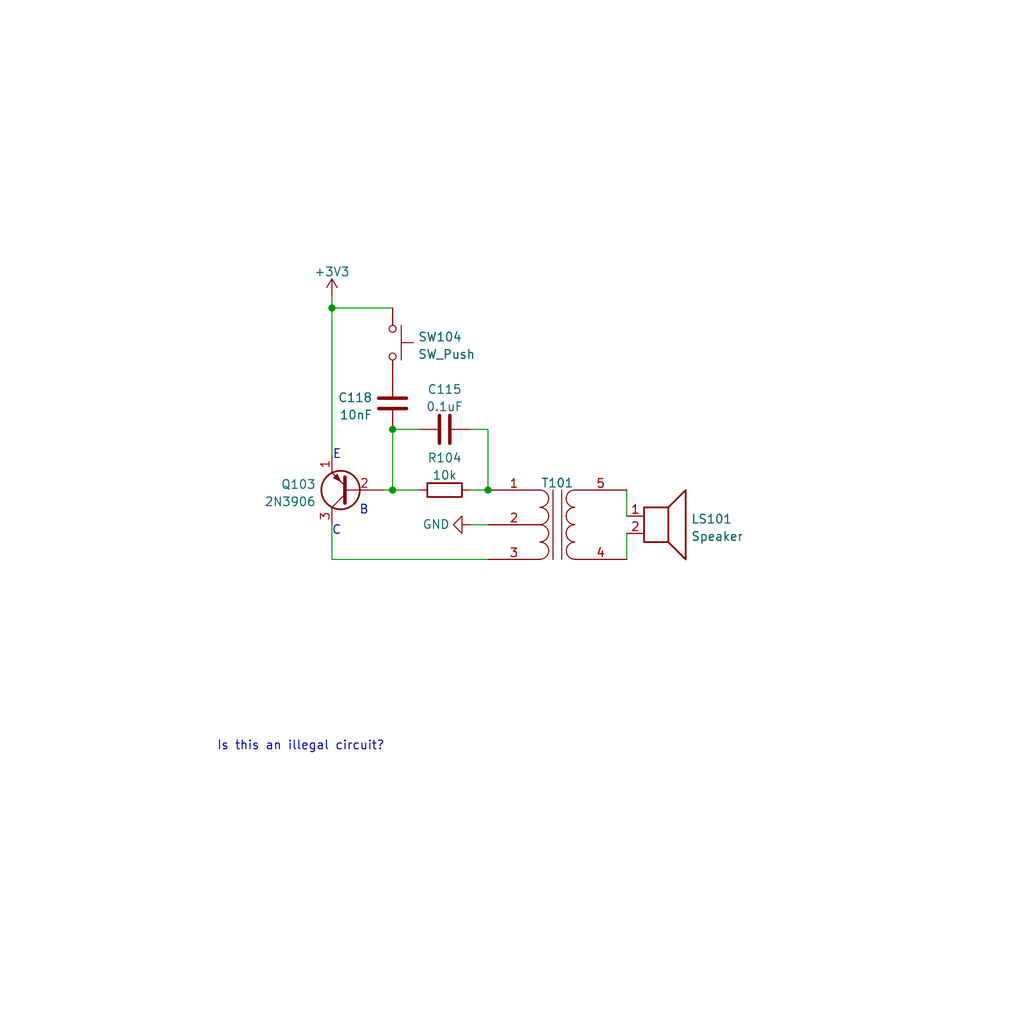
<source format=kicad_sch>
(kicad_sch (version 20211123) (generator eeschema)
  (paper "User" 150.012 150.012)
  (lib_symbols
    (symbol "Device:C" (pin_numbers hide) (pin_names (offset 0.254))
      (property "Reference" "C" (at 0.635 2.54 0))
      (property "Value" "C" (at 0.635 -2.54 0))
      (symbol "C_0_1"
        (polyline (pts (xy -2.032 -0.762) (xy 2.032 -0.762)) (stroke (width 0.508)))
        (polyline (pts (xy -2.032 0.762) (xy 2.032 0.762)) (stroke (width 0.508)))
      )
      (symbol "C_1_1"
        (pin passive line (at 0 3.81 270) (length 2.794) (name "~") (number "1"))
        (pin passive line (at 0 -3.81 90) (length 2.794) (name "~") (number "2"))
      )
    )
    (symbol "Device:R" (pin_numbers hide) (pin_names (offset 0))
      (property "Reference" "R" (at 2.032 0 90))
      (property "Value" "R" (at 0 0 90))
      (symbol "R_0_1"
        (rectangle (start -1.016 -2.54) (end 1.016 2.54) (stroke (width 0.254)))
      )
      (symbol "R_1_1"
        (pin passive line (at 0 3.81 270) (length 1.27) (name "~") (number "1"))
        (pin passive line (at 0 -3.81 90) (length 1.27) (name "~") (number "2"))
      )
    )
    (symbol "Device:Speaker" (pin_names (offset 0) hide)
      (property "Reference" "LS" (at 1.27 5.715 0))
      (property "Value" "Speaker" (at 1.27 3.81 0))
      (symbol "Speaker_0_0"
        (rectangle (start -2.54 1.27) (end 1.016 -3.81) (stroke (width 0.254)))
        (polyline (pts (xy 1.016 1.27) (xy 3.556 3.81) (xy 3.556 -6.35) (xy 1.016 -3.81)) (stroke (width 0.254)))
      )
      (symbol "Speaker_1_1"
        (pin input line (at -5.08 0 0) (length 2.54) (name "1") (number "1"))
        (pin input line (at -5.08 -2.54 0) (length 2.54) (name "2") (number "2"))
      )
    )
    (symbol "Device:Transformer_SP_1S" (pin_names (offset 1.016) hide)
      (property "Reference" "T" (at 0 6.35 0))
      (property "Value" "Transformer_SP_1S" (at 0 -7.62 0))
      (symbol "Transformer_SP_1S_0_1"
        (arc (start -2.54 -5.0546) (mid -1.6599 -4.6901) (end -1.27 -3.81))
        (arc (start -2.54 -2.5146) (mid -1.6599 -2.1501) (end -1.27 -1.27))
        (arc (start -2.54 0.0254) (mid -1.6599 0.3899) (end -1.27 1.27))
        (arc (start -2.54 2.5654) (mid -1.6599 2.9299) (end -1.27 3.81))
        (arc (start -1.27 -3.81) (mid -1.642 -2.912) (end -2.54 -2.54))
        (arc (start -1.27 -1.27) (mid -1.642 -0.372) (end -2.54 0))
        (arc (start -1.27 1.27) (mid -1.642 2.168) (end -2.54 2.54))
        (arc (start -1.27 3.81) (mid -1.642 4.708) (end -2.54 5.08))
        (polyline (pts (xy -0.635 5.08) (xy -0.635 -5.08)))
        (polyline (pts (xy 0.635 -5.08) (xy 0.635 5.08)))
        (arc (start 1.2954 -1.27) (mid 1.6599 -2.1501) (end 2.54 -2.5146))
        (arc (start 1.2954 1.27) (mid 1.6599 0.3899) (end 2.54 0.0254))
        (arc (start 1.2954 3.81) (mid 1.6599 2.9299) (end 2.54 2.5654))
        (arc (start 1.3208 -3.81) (mid 1.6853 -4.6901) (end 2.5654 -5.0546))
        (arc (start 2.54 0) (mid 1.642 -0.372) (end 1.2954 -1.27))
        (arc (start 2.54 2.54) (mid 1.642 2.168) (end 1.2954 1.27))
        (arc (start 2.54 5.08) (mid 1.642 4.708) (end 1.2954 3.81))
        (arc (start 2.5654 -2.54) (mid 1.6674 -2.912) (end 1.3208 -3.81))
      )
      (symbol "Transformer_SP_1S_1_1"
        (pin passive line (at -10.16 5.08 0) (length 7.62) (name "PR1") (number "1"))
        (pin passive line (at -10.16 0 0) (length 7.62) (name "PM") (number "2"))
        (pin passive line (at -10.16 -5.08 0) (length 7.62) (name "PR2") (number "3"))
        (pin passive line (at 10.16 -5.08 180) (length 7.62) (name "S1") (number "4"))
        (pin passive line (at 10.16 5.08 180) (length 7.62) (name "S2") (number "5"))
      )
    )
    (symbol "Switch:SW_Push" (pin_numbers hide) (pin_names (offset 1.016) hide)
      (property "Reference" "SW" (at 1.27 2.54 0))
      (property "Value" "SW_Push" (at 0 -1.524 0))
      (symbol "SW_Push_0_1"
        (circle (center -2.032 0) (radius 0.508))
        (polyline (pts (xy 0 1.27) (xy 0 3.048)))
        (polyline (pts (xy 2.54 1.27) (xy -2.54 1.27)))
        (circle (center 2.032 0) (radius 0.508))
        (pin passive line (at -5.08 0 0) (length 2.54) (name "1") (number "1"))
        (pin passive line (at 5.08 0 180) (length 2.54) (name "2") (number "2"))
      )
    )
    (symbol "Transistor_BJT:2N3906" (pin_names (offset 0) hide)
      (property "Reference" "Q" (at 5.08 1.905 0))
      (property "Value" "2N3906" (at 5.08 0 0))
      (symbol "2N3906_0_1"
        (polyline (pts (xy 0.635 0.635) (xy 2.54 2.54)))
        (polyline (pts (xy 0.635 -0.635) (xy 2.54 -2.54) (xy 2.54 -2.54)))
        (polyline (pts (xy 0.635 1.905) (xy 0.635 -1.905) (xy 0.635 -1.905)) (stroke (width 0.508)))
        (polyline (pts (xy 2.286 -1.778) (xy 1.778 -2.286) (xy 1.27 -1.27) (xy 2.286 -1.778) (xy 2.286 -1.778)) (fill (type outline)))
        (circle (center 1.27 0) (radius 2.8194) (stroke (width 0.254)))
      )
      (symbol "2N3906_1_1"
        (pin passive line (at 2.54 -5.08 90) (length 2.54) (name "E") (number "1"))
        (pin input line (at -5.08 0 0) (length 5.715) (name "B") (number "2"))
        (pin passive line (at 2.54 5.08 270) (length 2.54) (name "C") (number "3"))
      )
    )
    (symbol "power:+3V3" (power) (pin_names (offset 0))
      (property "Value" "+3V3" (at 0 3.556 0))
      (symbol "+3V3_0_1"
        (polyline (pts (xy -0.762 1.27) (xy 0 2.54)))
        (polyline (pts (xy 0 0) (xy 0 2.54)))
        (polyline (pts (xy 0 2.54) (xy 0.762 1.27)))
      )
      (symbol "+3V3_1_1"
        (pin power_in line (at 0 0 90) (length 0) hide (name "+3V3") (number "1"))
      )
    )
    (symbol "power:GND" (power) (pin_names (offset 0))
      (property "Value" "GND" (at 0 -3.81 0))
      (symbol "GND_0_1"
        (polyline (pts (xy 0 0) (xy 0 -1.27) (xy 1.27 -1.27) (xy 0 -2.54) (xy -1.27 -1.27) (xy 0 -1.27)))
      )
      (symbol "GND_1_1"
        (pin power_in line (at 0 0 270) (length 0) hide (name "GND") (number "1"))
      )
    )
  )
  (junction (at 71.4756 71.7804))
  (junction (at 57.5056 62.8904))
  (junction (at 48.6156 45.1104))
  (junction (at 57.5056 71.7804))
  (wire (pts (xy 48.6156 81.9404) (xy 71.4756 81.9404)))
  (wire (pts (xy 48.6156 45.1104) (xy 48.6156 66.7004)))
  (wire (pts (xy 57.5056 71.7804) (xy 57.5056 62.8904)))
  (wire (pts (xy 71.4756 71.7804) (xy 71.4756 62.8904)))
  (wire (pts (xy 48.6156 45.1104) (xy 57.5056 45.1104)))
  (wire (pts (xy 48.6156 81.9404) (xy 48.6156 76.8604)))
  (wire (pts (xy 61.3156 71.7804) (xy 57.5056 71.7804)))
  (wire (pts (xy 57.5056 62.8904) (xy 61.3156 62.8904)))
  (wire (pts (xy 68.9356 76.8604) (xy 71.4756 76.8604)))
  (wire (pts (xy 71.4756 62.8904) (xy 68.9356 62.8904)))
  (wire (pts (xy 91.7956 81.9404) (xy 91.7956 78.1304)))
  (wire (pts (xy 68.9356 71.7804) (xy 71.4756 71.7804)))
  (wire (pts (xy 48.6156 43.3832) (xy 48.6156 45.1104)))
  (wire (pts (xy 91.7956 75.5904) (xy 91.7956 71.7804)))
  (wire (pts (xy 56.2356 71.7804) (xy 57.5056 71.7804)))
  (text "Is this an illegal circuit?" (at 31.75 110.0836 0) (effects (font (size 1.27 1.27)) (justify left bottom)))
  (text "B" (at 54.0512 75.5396 180) (effects (font (size 1.27 1.27)) (justify right bottom)))
  (text "E" (at 50.038 67.4116 180) (effects (font (size 1.27 1.27)) (justify right bottom)))
  (text "C" (at 50.038 78.5368 180) (effects (font (size 1.27 1.27)) (justify right bottom)))
  (symbol (lib_id "Device:R") (at 65.1256 71.7804 90) (unit 1)
    (property "Reference" "R104" (at 65.1256 67.0646 90))
    (property "Value" "10k" (at 65.1256 69.6015 90))
  )
  (symbol (lib_id "Switch:SW_Push") (at 57.5056 50.1904 270) (unit 1)
    (property "Reference" "SW104" (at 61.1886 49.3557 90) (effects (justify left)))
    (property "Value" "SW_Push" (at 61.1886 51.8926 90) (effects (justify left)))
  )
  (symbol (lib_id "Device:Speaker") (at 96.8756 75.5904 0) (unit 1)
    (property "Reference" "LS101" (at 101.1936 76.0257 0) (effects (justify left)))
    (property "Value" "Speaker" (at 101.1936 78.5626 0) (effects (justify left)))
  )
  (symbol (lib_id "power:+3V3") (at 48.6156 43.3832 0) (unit 1)
    (property "Reference" "#PWR?" (effects hide))
    (property "Value" "+3V3" (at 48.6156 39.8074 0))
  )
  (symbol (lib_id "Device:Transformer_SP_1S") (at 81.6356 76.8604 0) (unit 1)
    (property "Reference" "T101" (at 81.6483 70.7444 0))
    (property "Value" "Transformer_SP_1S" (effects hide))
  )
  (symbol (lib_id "Device:C") (at 57.5056 59.0804 0) (mirror x) (unit 1)
    (property "Reference" "C118" (at 54.5846 58.2457 0) (effects (justify right)))
    (property "Value" "10nF" (at 54.5846 60.7826 0) (effects (justify right)))
  )
  (symbol (lib_id "Device:C") (at 65.1256 62.8904 270) (unit 1)
    (property "Reference" "C115" (at 65.1256 57.0316 90))
    (property "Value" "0.1uF" (at 65.1256 59.5685 90))
  )
  (symbol (lib_id "power:GND") (at 68.9356 76.8604 270) (mirror x) (unit 1)
    (property "Reference" "#PWR026" (effects hide))
    (property "Value" "GND" (at 61.8236 76.8096 90) (effects (justify left)))
  )
  (symbol (lib_id "Transistor_BJT:2N3906") (at 51.1556 71.7804 180) (unit 1)
    (property "Reference" "Q103" (at 46.3043 70.9457 0) (effects (justify left)))
    (property "Value" "2N3906" (at 46.3043 73.4826 0) (effects (justify left)))
    (property "Footprint" "Package_TO_SOT_THT:TO-92_Inline" (effects hide))
    (property "Datasheet" "https://www.onsemi.com/pub/Collateral/2N3906-D.PDF" (effects hide))
  )
)
</source>
